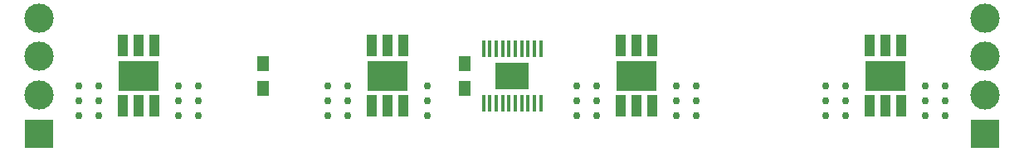
<source format=gts>
G04 #@! TF.FileFunction,Soldermask,Top*
%FSLAX46Y46*%
G04 Gerber Fmt 4.6, Leading zero omitted, Abs format (unit mm)*
G04 Created by KiCad (PCBNEW (2015-06-12 BZR 5734)-product) date Wednesday, July 15, 2015 'PMt' 05:18:17 PM*
%MOMM*%
G01*
G04 APERTURE LIST*
%ADD10C,0.100000*%
%ADD11R,0.440000X1.740000*%
%ADD12R,3.450000X2.770000*%
%ADD13C,0.750000*%
%ADD14R,1.250000X1.500000*%
%ADD15C,3.000000*%
%ADD16R,3.000000X3.000000*%
%ADD17R,1.000000X2.200000*%
%ADD18R,4.100000X3.100000*%
G04 APERTURE END LIST*
D10*
D11*
X129925000Y-89910000D03*
X129925000Y-95510000D03*
X129275000Y-89910000D03*
X129275000Y-95510000D03*
X128625000Y-89910000D03*
X128625000Y-95510000D03*
X127975000Y-89910000D03*
X127975000Y-95510000D03*
X127325000Y-89910000D03*
X127325000Y-95510000D03*
X126675000Y-89910000D03*
X126675000Y-95510000D03*
X126025000Y-89910000D03*
X126025000Y-95510000D03*
X125375000Y-89910000D03*
X125375000Y-95510000D03*
X124725000Y-89910000D03*
X124725000Y-95510000D03*
X124075000Y-89910000D03*
X124075000Y-95510000D03*
D12*
X127000000Y-92710000D03*
D13*
X171196000Y-96774000D03*
X169164000Y-96774000D03*
X169164000Y-93726000D03*
X169164000Y-95250000D03*
X171196000Y-95250000D03*
X171196000Y-93726000D03*
X161036000Y-96774000D03*
X159004000Y-96774000D03*
X159004000Y-93726000D03*
X159004000Y-95250000D03*
X161036000Y-95250000D03*
X161036000Y-93726000D03*
X145796000Y-96774000D03*
X143764000Y-96774000D03*
X143764000Y-93726000D03*
X143764000Y-95250000D03*
X145796000Y-95250000D03*
X145796000Y-93726000D03*
X135636000Y-96774000D03*
X133604000Y-96774000D03*
X133604000Y-93726000D03*
X133604000Y-95250000D03*
X135636000Y-95250000D03*
X135636000Y-93726000D03*
X118364000Y-96774000D03*
X118364000Y-93726000D03*
X118364000Y-95250000D03*
X110236000Y-96774000D03*
X108204000Y-96774000D03*
X108204000Y-93726000D03*
X108204000Y-95250000D03*
X110236000Y-95250000D03*
X110236000Y-93726000D03*
X94996000Y-96774000D03*
X92964000Y-95250000D03*
X94996000Y-95250000D03*
X94996000Y-93726000D03*
X92964000Y-93726000D03*
X92964000Y-96774000D03*
X84836000Y-96774000D03*
X82804000Y-96774000D03*
X82804000Y-95250000D03*
X84836000Y-95250000D03*
X84836000Y-93726000D03*
D14*
X122199400Y-91460000D03*
X122199400Y-93960000D03*
X101600000Y-93960000D03*
X101600000Y-91460000D03*
D15*
X78740000Y-86766400D03*
X78740000Y-90726400D03*
X78740000Y-94686400D03*
D16*
X78740000Y-98646400D03*
D15*
X175260000Y-86766400D03*
X175260000Y-90726400D03*
X175260000Y-94686400D03*
D16*
X175260000Y-98646400D03*
D13*
X82804000Y-93726000D03*
D17*
X138099800Y-95808800D03*
X138099800Y-89608800D03*
X139699800Y-95808800D03*
X139699800Y-89608800D03*
X141299800Y-95808800D03*
X141299800Y-89608800D03*
D18*
X139700000Y-92710000D03*
D17*
X163499800Y-95808800D03*
X163499800Y-89608800D03*
X165099800Y-95808800D03*
X165099800Y-89608800D03*
X166699800Y-95808800D03*
X166699800Y-89608800D03*
D18*
X165100000Y-92710000D03*
D17*
X87299800Y-95808800D03*
X87299800Y-89608800D03*
X88899800Y-95808800D03*
X88899800Y-89608800D03*
X90499800Y-95808800D03*
X90499800Y-89608800D03*
D18*
X88900000Y-92710000D03*
D17*
X112699800Y-95808800D03*
X112699800Y-89608800D03*
X114299800Y-95808800D03*
X114299800Y-89608800D03*
X115899800Y-95808800D03*
X115899800Y-89608800D03*
D18*
X114300000Y-92710000D03*
M02*

</source>
